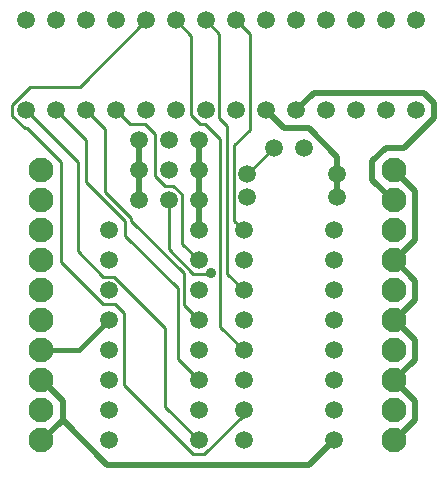
<source format=gtl>
G04 (created by PCBNEW (2013-june-11)-stable) date Fri 19 Feb 2016 10:27:21 AM CET*
%MOIN*%
G04 Gerber Fmt 3.4, Leading zero omitted, Abs format*
%FSLAX34Y34*%
G01*
G70*
G90*
G04 APERTURE LIST*
%ADD10C,0.00590551*%
%ADD11C,0.0590551*%
%ADD12C,0.0826772*%
%ADD13C,0.035*%
%ADD14C,0.019685*%
%ADD15C,0.01*%
%ADD16C,0.015748*%
G04 APERTURE END LIST*
G54D10*
G54D11*
X39000Y-25500D03*
X39000Y-26500D03*
X39000Y-27500D03*
X39000Y-28500D03*
X39000Y-29500D03*
X39000Y-30500D03*
X39000Y-31500D03*
X39000Y-32500D03*
X42000Y-32500D03*
X42000Y-31500D03*
X42000Y-30500D03*
X42000Y-29500D03*
X42000Y-28500D03*
X42000Y-27500D03*
X42000Y-26500D03*
X42000Y-25500D03*
X37500Y-32500D03*
X37500Y-31500D03*
X37500Y-30500D03*
X37500Y-29500D03*
X37500Y-28500D03*
X37500Y-27500D03*
X37500Y-26500D03*
X37500Y-25500D03*
X34500Y-25500D03*
X34500Y-26500D03*
X34500Y-27500D03*
X34500Y-28500D03*
X34500Y-29500D03*
X34500Y-30500D03*
X34500Y-31500D03*
X34500Y-32500D03*
X42125Y-24375D03*
X39125Y-24375D03*
X42125Y-23625D03*
X39125Y-23625D03*
X36500Y-24500D03*
X37500Y-24500D03*
X35500Y-24500D03*
X36500Y-23500D03*
X37500Y-23500D03*
X35500Y-23500D03*
X36500Y-22500D03*
X37500Y-22500D03*
X35500Y-22500D03*
X41000Y-22750D03*
X40000Y-22750D03*
G54D12*
X44000Y-23500D03*
X44000Y-24500D03*
X44000Y-25500D03*
X44000Y-26500D03*
X44000Y-27500D03*
X44000Y-28500D03*
X44000Y-29500D03*
X44000Y-30500D03*
X44000Y-31500D03*
X44000Y-32500D03*
X32250Y-23500D03*
X32250Y-24500D03*
X32250Y-25500D03*
X32250Y-26500D03*
X32250Y-27500D03*
X32250Y-28500D03*
X32250Y-29500D03*
X32250Y-30500D03*
X32250Y-31500D03*
X32250Y-32500D03*
G54D11*
X31750Y-21500D03*
X32750Y-21500D03*
X33750Y-21500D03*
X34750Y-21500D03*
X35750Y-21500D03*
X36750Y-21500D03*
X37750Y-21500D03*
X38750Y-21500D03*
X39750Y-21500D03*
X40750Y-21500D03*
X41750Y-21500D03*
X42750Y-21500D03*
X43750Y-21500D03*
X44750Y-21500D03*
X44750Y-18500D03*
X43750Y-18500D03*
X42750Y-18500D03*
X41750Y-18500D03*
X40750Y-18500D03*
X39750Y-18500D03*
X38750Y-18500D03*
X37750Y-18500D03*
X36750Y-18500D03*
X35750Y-18500D03*
X34750Y-18500D03*
X33750Y-18500D03*
X32750Y-18500D03*
X31750Y-18500D03*
G54D13*
X37897Y-26915D03*
G54D14*
X44714Y-25820D02*
X44035Y-26500D01*
X44714Y-24191D02*
X44714Y-25820D01*
X44023Y-23500D02*
X44714Y-24191D01*
X44000Y-23500D02*
X44023Y-23500D01*
X44035Y-26500D02*
X44000Y-26500D01*
X44000Y-28500D02*
X44044Y-28500D01*
X44708Y-27173D02*
X44035Y-26500D01*
X44708Y-27835D02*
X44708Y-27173D01*
X44044Y-28500D02*
X44708Y-27835D01*
X44712Y-29810D02*
X44023Y-30500D01*
X44712Y-29168D02*
X44712Y-29810D01*
X44044Y-28500D02*
X44712Y-29168D01*
X44708Y-31185D02*
X44023Y-30500D01*
X44708Y-31835D02*
X44708Y-31185D01*
X44044Y-32500D02*
X44708Y-31835D01*
X44000Y-32500D02*
X44044Y-32500D01*
X44023Y-30500D02*
X44000Y-30500D01*
X41190Y-33309D02*
X42000Y-32500D01*
X34459Y-33309D02*
X41190Y-33309D01*
X32968Y-31818D02*
X34459Y-33309D01*
X32286Y-32500D02*
X32968Y-31818D01*
X32250Y-32500D02*
X32286Y-32500D01*
X32278Y-30500D02*
X32250Y-30500D01*
X32968Y-31190D02*
X32278Y-30500D01*
X32968Y-31818D02*
X32968Y-31190D01*
X35500Y-22500D02*
X35500Y-23500D01*
X35500Y-23500D02*
X35500Y-24500D01*
X42125Y-23625D02*
X42125Y-24375D01*
X42125Y-23039D02*
X42125Y-23625D01*
X41188Y-22102D02*
X42125Y-23039D01*
X40352Y-22102D02*
X41188Y-22102D01*
X39750Y-21500D02*
X40352Y-22102D01*
G54D15*
X38679Y-25179D02*
X39000Y-25500D01*
X38679Y-22663D02*
X38679Y-25179D01*
X39201Y-22141D02*
X38679Y-22663D01*
X39201Y-18951D02*
X39201Y-22141D01*
X38750Y-18500D02*
X39201Y-18951D01*
X38445Y-26945D02*
X39000Y-27500D01*
X38445Y-22006D02*
X38445Y-26945D01*
X38195Y-21756D02*
X38445Y-22006D01*
X38195Y-18945D02*
X38195Y-21756D01*
X37750Y-18500D02*
X38195Y-18945D01*
X38222Y-28722D02*
X39000Y-29500D01*
X38222Y-22447D02*
X38222Y-28722D01*
X37726Y-21951D02*
X38222Y-22447D01*
X37555Y-21951D02*
X37726Y-21951D01*
X37256Y-21652D02*
X37555Y-21951D01*
X37256Y-19006D02*
X37256Y-21652D01*
X36750Y-18500D02*
X37256Y-19006D01*
X39000Y-31644D02*
X39000Y-31500D01*
X37685Y-32958D02*
X39000Y-31644D01*
X37299Y-32958D02*
X37685Y-32958D01*
X35002Y-30662D02*
X37299Y-32958D01*
X35002Y-28264D02*
X35002Y-30662D01*
X34697Y-27959D02*
X35002Y-28264D01*
X34301Y-27959D02*
X34697Y-27959D01*
X32910Y-26568D02*
X34301Y-27959D01*
X32910Y-23225D02*
X32910Y-26568D01*
X31782Y-22097D02*
X32910Y-23225D01*
X31702Y-22097D02*
X31782Y-22097D01*
X31285Y-21680D02*
X31702Y-22097D01*
X31285Y-21318D02*
X31285Y-21680D01*
X31884Y-20719D02*
X31285Y-21318D01*
X33530Y-20719D02*
X31884Y-20719D01*
X35750Y-18500D02*
X33530Y-20719D01*
X36376Y-31376D02*
X37500Y-32500D01*
X36376Y-28744D02*
X36376Y-31376D01*
X34672Y-27040D02*
X36376Y-28744D01*
X34312Y-27040D02*
X34672Y-27040D01*
X33463Y-26191D02*
X34312Y-27040D01*
X33463Y-23213D02*
X33463Y-26191D01*
X31750Y-21500D02*
X33463Y-23213D01*
X36804Y-29804D02*
X37500Y-30500D01*
X36804Y-27433D02*
X36804Y-29804D01*
X35056Y-25685D02*
X36804Y-27433D01*
X35056Y-25198D02*
X35056Y-25685D01*
X33750Y-23891D02*
X35056Y-25198D01*
X33750Y-22500D02*
X33750Y-23891D01*
X32750Y-21500D02*
X33750Y-22500D01*
X37004Y-28004D02*
X37500Y-28500D01*
X37004Y-26922D02*
X37004Y-28004D01*
X35256Y-25175D02*
X37004Y-26922D01*
X35256Y-25089D02*
X35256Y-25175D01*
X34383Y-24215D02*
X35256Y-25089D01*
X34383Y-22133D02*
X34383Y-24215D01*
X33750Y-21500D02*
X34383Y-22133D01*
G54D16*
X33500Y-29500D02*
X34500Y-28500D01*
X32250Y-29500D02*
X33500Y-29500D01*
G54D15*
X36951Y-25951D02*
X37500Y-26500D01*
X36951Y-24296D02*
X36951Y-25951D01*
X36660Y-24006D02*
X36951Y-24296D01*
X36369Y-24006D02*
X36660Y-24006D01*
X36048Y-23684D02*
X36369Y-24006D01*
X36048Y-22279D02*
X36048Y-23684D01*
X35720Y-21951D02*
X36048Y-22279D01*
X35201Y-21951D02*
X35720Y-21951D01*
X34750Y-21500D02*
X35201Y-21951D01*
X36500Y-26135D02*
X36500Y-24500D01*
X37322Y-26957D02*
X36500Y-26135D01*
X37855Y-26957D02*
X37322Y-26957D01*
X37897Y-26915D02*
X37855Y-26957D01*
G54D14*
X37500Y-22500D02*
X37500Y-23500D01*
X37500Y-23500D02*
X37500Y-24500D01*
X37500Y-24500D02*
X37500Y-25500D01*
X43963Y-24500D02*
X44000Y-24500D01*
X43289Y-23826D02*
X43963Y-24500D01*
X43289Y-23195D02*
X43289Y-23826D01*
X43740Y-22745D02*
X43289Y-23195D01*
X44346Y-22745D02*
X43740Y-22745D01*
X45352Y-21739D02*
X44346Y-22745D01*
X45352Y-21250D02*
X45352Y-21739D01*
X45009Y-20907D02*
X45352Y-21250D01*
X41342Y-20907D02*
X45009Y-20907D01*
X40750Y-21500D02*
X41342Y-20907D01*
G54D15*
X39125Y-23624D02*
X39125Y-23625D01*
X40000Y-22750D02*
X39125Y-23624D01*
M02*

</source>
